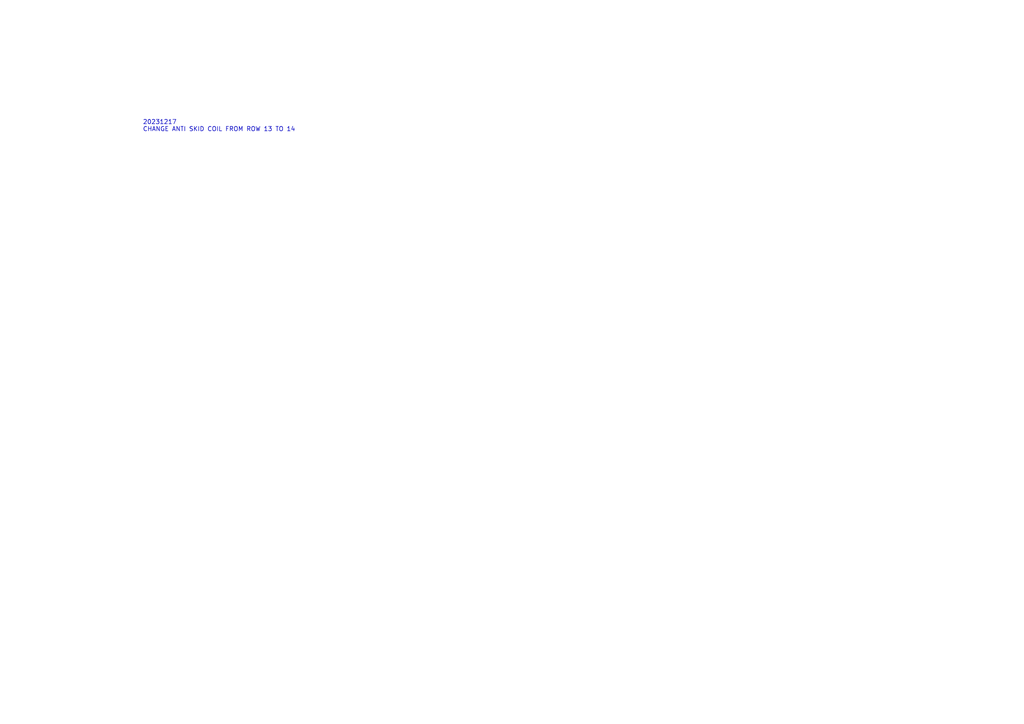
<source format=kicad_sch>
(kicad_sch
	(version 20231120)
	(generator "eeschema")
	(generator_version "8.0")
	(uuid "06788f60-4372-4591-90cd-6b9ef78743a2")
	(paper "A4")
	(lib_symbols)
	(text "20231217\nCHANGE ANTI SKID COIL FROM ROW 13 TO 14"
		(exclude_from_sim no)
		(at 41.402 38.354 0)
		(effects
			(font
				(size 1.27 1.27)
			)
			(justify left bottom)
		)
		(uuid "cecc3253-5b31-4a3e-acec-d20780d7b951")
	)
)

</source>
